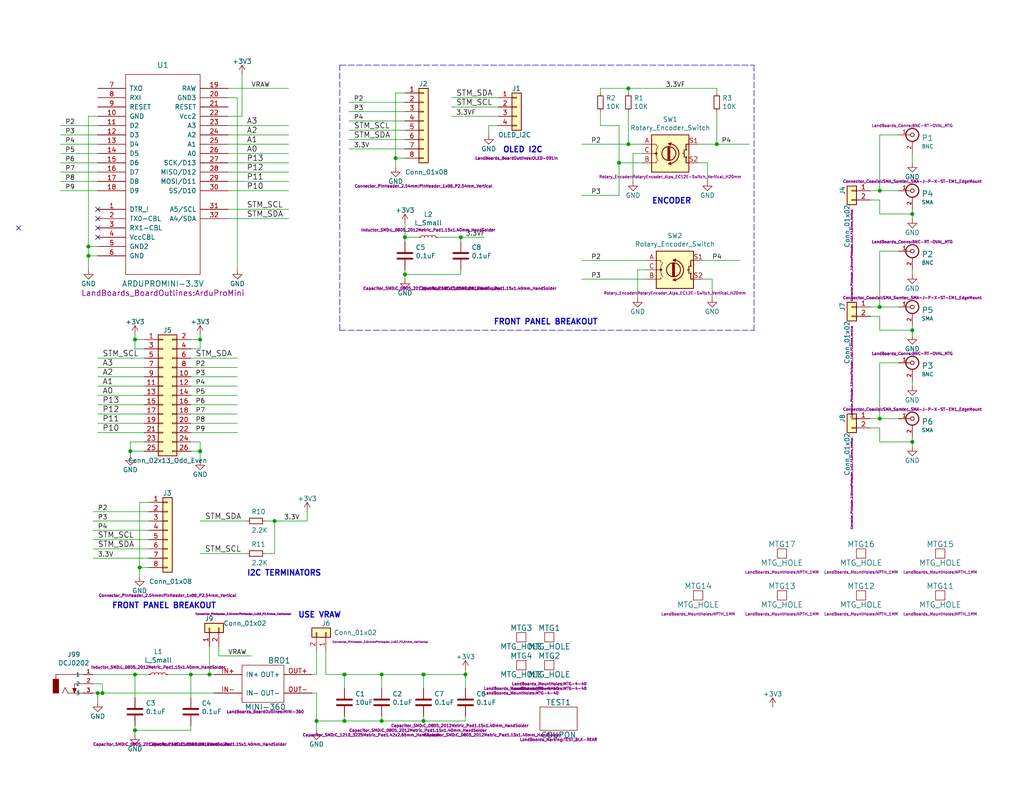
<source format=kicad_sch>
(kicad_sch (version 20211123) (generator eeschema)
  (paper "A")
  (title_block (title "aRDUINO IN A bOX") (date "2022-05-22") (rev "2") (company "land-boards.com"))
  (lib_symbols
    (symbol "ArduinoInABox-rescue:ARDUPROMINI-ArduProMiniTKB" (pin_names (offset 1.016))
      (property "Reference" "uP" (at 10.16 19.05 0))
      (property "Value" "ARDUPROMINI-ArduProMiniTKB" (at 15.24 21.59 0))
      (symbol "ARDUPROMINI-ArduProMiniTKB_1_1"
        (pin unspecified line (at -17.78 -17.78 0) (length 7.62) (name "DTR_I") (number "1"))
        (pin unspecified line (at -17.78 7.62 0) (length 7.62) (name "GND") (number "10"))
        (pin bidirectional line (at -17.78 5.08 0) (length 7.62) (name "D2") (number "11"))
        (pin bidirectional line (at -17.78 2.54 0) (length 7.62) (name "D3") (number "12"))
        (pin bidirectional line (at -17.78 0 0) (length 7.62) (name "D4") (number "13"))
        (pin bidirectional line (at -17.78 -2.54 0) (length 7.62) (name "D5") (number "14"))
        (pin bidirectional line (at -17.78 -5.08 0) (length 7.62) (name "D6") (number "15"))
        (pin bidirectional line (at -17.78 -7.62 0) (length 7.62) (name "D7") (number "16"))
        (pin bidirectional line (at -17.78 -10.16 0) (length 7.62) (name "D8") (number "17"))
        (pin bidirectional line (at -17.78 -12.7 0) (length 7.62) (name "D9") (number "18"))
        (pin unspecified line (at 17.78 15.24 180) (length 7.62) (name "RAW") (number "19"))
        (pin unspecified line (at -17.78 -20.32 0) (length 7.62) (name "TX0-CBL") (number "2"))
        (pin unspecified line (at 17.78 12.7 180) (length 7.62) (name "GND3") (number "20"))
        (pin input line (at 17.78 10.16 180) (length 7.62) (name "RESET") (number "21"))
        (pin unspecified line (at 17.78 7.62 180) (length 7.62) (name "Vcc2") (number "22"))
        (pin bidirectional line (at 17.78 5.08 180) (length 7.62) (name "A3") (number "23"))
        (pin bidirectional line (at 17.78 2.54 180) (length 7.62) (name "A2") (number "24"))
        (pin bidirectional line (at 17.78 0 180) (length 7.62) (name "A1") (number "25"))
        (pin bidirectional line (at 17.78 -2.54 180) (length 7.62) (name "A0") (number "26"))
        (pin bidirectional line (at 17.78 -5.08 180) (length 7.62) (name "SCK/D13") (number "27"))
        (pin input line (at 17.78 -7.62 180) (length 7.62) (name "MISO/D12") (number "28"))
        (pin bidirectional line (at 17.78 -10.16 180) (length 7.62) (name "MOSI/D11") (number "29"))
        (pin unspecified line (at -17.78 -22.86 0) (length 7.62) (name "RX1-CBL") (number "3"))
        (pin bidirectional line (at 17.78 -12.7 180) (length 7.62) (name "SS/D10") (number "30"))
        (pin bidirectional line (at 17.78 -17.78 180) (length 7.62) (name "A5/SCL") (number "31"))
        (pin bidirectional line (at 17.78 -20.32 180) (length 7.62) (name "A4/SDA") (number "32"))
        (pin power_in line (at -17.78 -25.4 0) (length 7.62) (name "VccCBL") (number "4"))
        (pin unspecified line (at -17.78 -27.94 0) (length 7.62) (name "GND2") (number "5"))
        (pin unspecified line (at -17.78 -30.48 0) (length 7.62) (name "GND") (number "6"))
        (pin bidirectional line (at -17.78 15.24 0) (length 7.62) (name "TXO") (number "7"))
        (pin bidirectional line (at -17.78 12.7 0) (length 7.62) (name "RXI") (number "8"))
        (pin input line (at -17.78 10.16 0) (length 7.62) (name "RESET") (number "9"))
      )
    )
    (symbol "Connector_Generic:Conn_01x02" (pin_names (offset 1.016) hide)
      (property "Reference" "J" (at 0 2.54 0))
      (property "Value" "Conn_01x02" (at 0 -5.08 0))
      (symbol "Conn_01x02_1_1"
        (pin passive line (at -5.08 0 0) (length 3.81) (name "Pin_1") (number "1"))
        (pin passive line (at -5.08 -2.54 0) (length 3.81) (name "Pin_2") (number "2"))
      )
    )
    (symbol "Connector_Generic:Conn_01x04" (pin_names (offset 1.016) hide)
      (property "Reference" "J" (at 0 5.08 0))
      (property "Value" "Conn_01x04" (at 0 -7.62 0))
      (symbol "Conn_01x04_1_1"
        (pin passive line (at -5.08 2.54 0) (length 3.81) (name "Pin_1") (number "1"))
        (pin passive line (at -5.08 0 0) (length 3.81) (name "Pin_2") (number "2"))
        (pin passive line (at -5.08 -2.54 0) (length 3.81) (name "Pin_3") (number "3"))
        (pin passive line (at -5.08 -5.08 0) (length 3.81) (name "Pin_4") (number "4"))
      )
    )
    (symbol "Connector_Generic:Conn_01x08" (pin_names (offset 1.016) hide)
      (property "Reference" "J" (at 0 10.16 0))
      (property "Value" "Conn_01x08" (at 0 -12.7 0))
      (symbol "Conn_01x08_1_1"
        (pin passive line (at -5.08 7.62 0) (length 3.81) (name "Pin_1") (number "1"))
        (pin passive line (at -5.08 5.08 0) (length 3.81) (name "Pin_2") (number "2"))
        (pin passive line (at -5.08 2.54 0) (length 3.81) (name "Pin_3") (number "3"))
        (pin passive line (at -5.08 0 0) (length 3.81) (name "Pin_4") (number "4"))
        (pin passive line (at -5.08 -2.54 0) (length 3.81) (name "Pin_5") (number "5"))
        (pin passive line (at -5.08 -5.08 0) (length 3.81) (name "Pin_6") (number "6"))
        (pin passive line (at -5.08 -7.62 0) (length 3.81) (name "Pin_7") (number "7"))
        (pin passive line (at -5.08 -10.16 0) (length 3.81) (name "Pin_8") (number "8"))
      )
    )
    (symbol "Connector_Generic:Conn_02x13_Odd_Even" (pin_names (offset 1.016) hide)
      (property "Reference" "J" (at 1.27 17.78 0))
      (property "Value" "Conn_02x13_Odd_Even" (at 1.27 -17.78 0))
      (symbol "Conn_02x13_Odd_Even_1_1"
        (pin passive line (at -5.08 15.24 0) (length 3.81) (name "Pin_1") (number "1"))
        (pin passive line (at 7.62 5.08 180) (length 3.81) (name "Pin_10") (number "10"))
        (pin passive line (at -5.08 2.54 0) (length 3.81) (name "Pin_11") (number "11"))
        (pin passive line (at 7.62 2.54 180) (length 3.81) (name "Pin_12") (number "12"))
        (pin passive line (at -5.08 0 0) (length 3.81) (name "Pin_13") (number "13"))
        (pin passive line (at 7.62 0 180) (length 3.81) (name "Pin_14") (number "14"))
        (pin passive line (at -5.08 -2.54 0) (length 3.81) (name "Pin_15") (number "15"))
        (pin passive line (at 7.62 -2.54 180) (length 3.81) (name "Pin_16") (number "16"))
        (pin passive line (at -5.08 -5.08 0) (length 3.81) (name "Pin_17") (number "17"))
        (pin passive line (at 7.62 -5.08 180) (length 3.81) (name "Pin_18") (number "18"))
        (pin passive line (at -5.08 -7.62 0) (length 3.81) (name "Pin_19") (number "19"))
        (pin passive line (at 7.62 15.24 180) (length 3.81) (name "Pin_2") (number "2"))
        (pin passive line (at 7.62 -7.62 180) (length 3.81) (name "Pin_20") (number "20"))
        (pin passive line (at -5.08 -10.16 0) (length 3.81) (name "Pin_21") (number "21"))
        (pin passive line (at 7.62 -10.16 180) (length 3.81) (name "Pin_22") (number "22"))
        (pin passive line (at -5.08 -12.7 0) (length 3.81) (name "Pin_23") (number "23"))
        (pin passive line (at 7.62 -12.7 180) (length 3.81) (name "Pin_24") (number "24"))
        (pin passive line (at -5.08 -15.24 0) (length 3.81) (name "Pin_25") (number "25"))
        (pin passive line (at 7.62 -15.24 180) (length 3.81) (name "Pin_26") (number "26"))
        (pin passive line (at -5.08 12.7 0) (length 3.81) (name "Pin_3") (number "3"))
        (pin passive line (at 7.62 12.7 180) (length 3.81) (name "Pin_4") (number "4"))
        (pin passive line (at -5.08 10.16 0) (length 3.81) (name "Pin_5") (number "5"))
        (pin passive line (at 7.62 10.16 180) (length 3.81) (name "Pin_6") (number "6"))
        (pin passive line (at -5.08 7.62 0) (length 3.81) (name "Pin_7") (number "7"))
        (pin passive line (at 7.62 7.62 180) (length 3.81) (name "Pin_8") (number "8"))
        (pin passive line (at -5.08 5.08 0) (length 3.81) (name "Pin_9") (number "9"))
      )
    )
    (symbol "Device:C" (pin_numbers hide) (pin_names (offset 0.254))
      (property "Reference" "C" (at 0.635 2.54 0))
      (property "Value" "C" (at 0.635 -2.54 0))
      (symbol "C_1_1"
        (pin passive line (at 0 3.81 270) (length 2.794) (name "~") (number "1"))
        (pin passive line (at 0 -3.81 90) (length 2.794) (name "~") (number "2"))
      )
    )
    (symbol "Device:L_Small" (pin_numbers hide) (pin_names (offset 0.254) hide)
      (property "Reference" "L" (at 0.762 1.016 0))
      (property "Value" "L_Small" (at 0.762 -1.016 0))
      (symbol "L_Small_1_1"
        (pin passive line (at 0 2.54 270) (length 0.508) (name "~") (number "1"))
        (pin passive line (at 0 -2.54 90) (length 0.508) (name "~") (number "2"))
      )
    )
    (symbol "Device:R_Small" (pin_numbers hide) (pin_names (offset 0.254) hide)
      (property "Reference" "R" (at 0.762 0.508 0))
      (property "Value" "R_Small" (at 0.762 -1.016 0))
      (symbol "R_Small_1_1"
        (pin passive line (at 0 2.54 270) (length 0.762) (name "~") (number "1"))
        (pin passive line (at 0 -2.54 90) (length 0.762) (name "~") (number "2"))
      )
    )
    (symbol "Device:Rotary_Encoder_Switch" (pin_names (offset 0.254) hide)
      (property "Reference" "SW" (at 0 6.604 0))
      (property "Value" "Device_Rotary_Encoder_Switch" (at 0 -6.604 0))
      (symbol "Rotary_Encoder_Switch_1_1"
        (pin passive line (at -7.62 2.54 0) (length 2.54) (name "A") (number "A"))
        (pin passive line (at -7.62 -2.54 0) (length 2.54) (name "B") (number "B"))
        (pin passive line (at -7.62 0 0) (length 2.54) (name "C") (number "C"))
        (pin passive line (at 7.62 2.54 180) (length 2.54) (name "S1") (number "S1"))
        (pin passive line (at 7.62 -2.54 180) (length 2.54) (name "S2") (number "S2"))
      )
    )
    (symbol "LandBoards:COUPON" (pin_names (offset 1.016))
      (property "Reference" "COUP?" (at 0 0 0))
      (property "Value" "COUPON" (at 0 0 0))
    )
    (symbol "LandBoards_Cards:MINI-360" (pin_names (offset 1.016))
      (property "Reference" "MINI-360" (at 1.27 6.35 0))
      (property "Value" "MINI-360" (at 1.27 -6.35 0))
      (symbol "MINI-360_1_1"
        (pin power_in line (at -12.7 2.54 0) (length 7.62) (name "IN+") (number "IN+"))
        (pin power_in line (at -12.7 -2.54 0) (length 7.62) (name "IN-") (number "IN-"))
        (pin power_out line (at 13.97 2.54 180) (length 7.62) (name "OUT+") (number "OUT+"))
        (pin power_out line (at 13.97 -2.54 180) (length 7.62) (name "OUT-") (number "OUT-"))
      )
    )
    (symbol "LandBoards_Conns:BNC" (pin_names (offset 1.016) hide)
      (property "Reference" "P" (at 0.254 3.048 0))
      (property "Value" "BNC" (at 2.794 -1.524 90))
      (symbol "BNC_1_1"
        (pin passive line (at -3.81 0 0) (length 3.302) (name "In") (number "1"))
        (pin passive line (at 0 -5.08 90) (length 3.302) (name "Ext") (number "2"))
      )
    )
    (symbol "LandBoards_Conns:DCJ0202" (pin_names (offset 1.016))
      (property "Reference" "J" (at -2.54 3.81 0))
      (property "Value" "DCJ0202" (at -2.54 -6.35 0))
      (symbol "DCJ0202_1_1"
        (pin passive line (at 7.62 2.54 180) (length 2.54) (name "1") (number "1"))
        (pin passive line (at 7.62 0 180) (length 2.54) (name "2") (number "2"))
        (pin passive line (at 7.62 -2.54 180) (length 2.54) (name "3") (number "3"))
      )
    )
    (symbol "LandBoards_Conns:MTG_HOLE" (pin_names (offset 1.016))
      (property "Reference" "MTG?" (at 0 2.54 0))
      (property "Value" "MTG_HOLE" (at 0 -2.54 0))
    )
    (symbol "power:+3V3" (power) (pin_names (offset 0))
      (property "Value" "+3V3" (at 0 3.556 0))
      (symbol "+3V3_1_1"
        (pin power_in line (at 0 0 90) (length 0) hide (name "+3V3") (number "1"))
      )
    )
    (symbol "power:GND" (power) (pin_names (offset 0))
      (property "Value" "GND" (at 0 -3.81 0))
      (symbol "GND_1_1"
        (pin power_in line (at 0 0 270) (length 0) hide (name "GND") (number "1"))
      )
    )
  )
  (junction (at 27.94 189.23))
  (junction (at 54.61 92.71))
  (junction (at 36.83 199.39))
  (junction (at 195.58 39.37))
  (junction (at 248.92 120.65))
  (junction (at 36.83 92.71))
  (junction (at 26.67 189.23))
  (junction (at 104.14 196.85))
  (junction (at 125.73 64.77))
  (junction (at 35.56 123.19))
  (junction (at 248.92 58.42))
  (junction (at 110.49 64.77))
  (junction (at 171.45 39.37))
  (junction (at 115.57 184.15))
  (junction (at 127 184.15))
  (junction (at 36.83 184.15))
  (junction (at 93.98 196.85))
  (junction (at 240.03 83.82))
  (junction (at 248.92 90.17))
  (junction (at 74.93 142.24))
  (junction (at 93.98 184.15))
  (junction (at 115.57 196.85))
  (junction (at 171.45 24.13))
  (junction (at 52.07 184.15))
  (junction (at 24.13 67.31))
  (junction (at 240.03 52.07))
  (junction (at 38.1 154.94))
  (junction (at 104.14 184.15))
  (junction (at 240.03 114.3))
  (junction (at 24.13 69.85))
  (junction (at 168.91 44.45))
  (junction (at 107.95 43.18))
  (junction (at 54.61 123.19))
  (junction (at 110.49 74.93))
  (junction (at 57.15 184.15))
  (junction (at 86.36 196.85))
  (no_connect (at 26.67 64.77))
  (no_connect (at 26.67 57.15))
  (no_connect (at 26.67 62.23))
  (no_connect (at 97.79 -33.02))
  (no_connect (at 26.67 59.69))
  (no_connect (at 5.08 62.23))
  (wire (pts (xy 248.92 104.14) (xy 248.92 105.41)))
  (wire (pts (xy 110.49 43.18) (xy 107.95 43.18)))
  (wire (pts (xy 78.74 46.99) (xy 62.23 46.99)))
  (wire (pts (xy 64.77 26.67) (xy 64.77 73.66)))
  (wire (pts (xy 168.91 44.45) (xy 175.26 44.45)))
  (wire (pts (xy 158.75 71.12) (xy 176.53 71.12)))
  (wire (pts (xy 240.03 86.36) (xy 237.49 86.36)))
  (wire (pts (xy 39.37 123.19) (xy 35.56 123.19)))
  (wire (pts (xy 240.03 58.42) (xy 240.03 54.61)))
  (wire (pts (xy 163.83 24.13) (xy 171.45 24.13)))
  (wire (pts (xy 62.23 26.67) (xy 64.77 26.67)))
  (wire (pts (xy 39.37 118.11) (xy 26.67 118.11)))
  (wire (pts (xy 245.11 36.83) (xy 240.03 36.83)))
  (wire (pts (xy 248.92 41.91) (xy 248.92 44.45)))
  (wire (pts (xy 36.83 92.71) (xy 36.83 91.44)))
  (wire (pts (xy 193.04 44.45) (xy 193.04 49.53)))
  (wire (pts (xy 78.74 39.37) (xy 62.23 39.37)))
  (wire (pts (xy 52.07 92.71) (xy 54.61 92.71)))
  (wire (pts (xy 24.13 31.75) (xy 26.67 31.75)))
  (wire (pts (xy 104.14 195.58) (xy 104.14 196.85)))
  (wire (pts (xy 245.11 52.07) (xy 240.03 52.07)))
  (wire (pts (xy 27.94 189.23) (xy 58.42 189.23)))
  (wire (pts (xy 248.92 58.42) (xy 240.03 58.42)))
  (wire (pts (xy 248.92 73.66) (xy 248.92 74.93)))
  (wire (pts (xy 39.37 95.25) (xy 36.83 95.25)))
  (wire (pts (xy 78.74 36.83) (xy 62.23 36.83)))
  (wire (pts (xy 38.1 154.94) (xy 38.1 137.16)))
  (wire (pts (xy 35.56 123.19) (xy 35.56 124.46)))
  (wire (pts (xy 85.09 189.23) (xy 86.36 189.23)))
  (wire (pts (xy 110.49 60.96) (xy 110.49 64.77)))
  (wire (pts (xy 62.23 59.69) (xy 78.74 59.69)))
  (wire (pts (xy 54.61 151.13) (xy 67.31 151.13)))
  (wire (pts (xy 95.25 33.02) (xy 110.49 33.02)))
  (wire (pts (xy 248.92 90.17) (xy 240.03 90.17)))
  (wire (pts (xy 190.5 39.37) (xy 195.58 39.37)))
  (wire (pts (xy 107.95 25.4) (xy 110.49 25.4)))
  (wire (pts (xy 36.83 199.39) (xy 52.07 199.39)))
  (wire (pts (xy 57.15 176.53) (xy 57.15 184.15)))
  (wire (pts (xy 158.75 53.34) (xy 168.91 53.34)))
  (wire (pts (xy 25.4 184.15) (xy 36.83 184.15)))
  (wire (pts (xy 59.69 179.07) (xy 68.58 179.07)))
  (wire (pts (xy 110.49 74.93) (xy 125.73 74.93)))
  (wire (pts (xy 25.4 147.32) (xy 40.64 147.32)))
  (wire (pts (xy 163.83 30.48) (xy 163.83 34.29)))
  (wire (pts (xy 78.74 52.07) (xy 62.23 52.07)))
  (wire (pts (xy 78.74 41.91) (xy 62.23 41.91)))
  (wire (pts (xy 59.69 176.53) (xy 59.69 179.07)))
  (wire (pts (xy 52.07 184.15) (xy 57.15 184.15)))
  (wire (pts (xy 54.61 92.71) (xy 54.61 91.44)))
  (wire (pts (xy 173.99 73.66) (xy 173.99 81.28)))
  (wire (pts (xy 39.37 113.03) (xy 26.67 113.03)))
  (wire (pts (xy 245.11 99.06) (xy 240.03 99.06)))
  (wire (pts (xy 163.83 25.4) (xy 163.83 24.13)))
  (wire (pts (xy 16.51 46.99) (xy 26.67 46.99)))
  (wire (pts (xy 52.07 120.65) (xy 54.61 120.65)))
  (wire (pts (xy 26.67 49.53) (xy 16.51 49.53)))
  (wire (pts (xy 52.07 107.95) (xy 64.77 107.95)))
  (wire (pts (xy 78.74 34.29) (xy 62.23 34.29)))
  (wire (pts (xy 95.25 30.48) (xy 110.49 30.48)))
  (wire (pts (xy 25.4 186.69) (xy 27.94 186.69)))
  (wire (pts (xy 245.11 68.58) (xy 240.03 68.58)))
  (wire (pts (xy 240.03 120.65) (xy 240.03 116.84)))
  (wire (pts (xy 25.4 189.23) (xy 26.67 189.23)))
  (wire (pts (xy 95.25 40.64) (xy 110.49 40.64)))
  (wire (pts (xy 110.49 66.04) (xy 110.49 64.77)))
  (wire (pts (xy 168.91 53.34) (xy 168.91 44.45)))
  (wire (pts (xy 36.83 95.25) (xy 36.83 92.71)))
  (wire (pts (xy 195.58 24.13) (xy 195.58 25.4)))
  (wire (pts (xy 57.15 184.15) (xy 58.42 184.15)))
  (polyline (pts (xy 92.71 90.17) (xy 205.74 90.17)))
  (wire (pts (xy 133.35 34.29) (xy 133.35 36.83)))
  (wire (pts (xy 93.98 184.15) (xy 104.14 184.15)))
  (wire (pts (xy 25.4 142.24) (xy 40.64 142.24)))
  (wire (pts (xy 93.98 196.85) (xy 104.14 196.85)))
  (wire (pts (xy 163.83 34.29) (xy 168.91 34.29)))
  (wire (pts (xy 171.45 24.13) (xy 195.58 24.13)))
  (wire (pts (xy 115.57 196.85) (xy 127 196.85)))
  (wire (pts (xy 245.11 83.82) (xy 240.03 83.82)))
  (wire (pts (xy 240.03 83.82) (xy 237.49 83.82)))
  (wire (pts (xy 54.61 123.19) (xy 54.61 125.73)))
  (wire (pts (xy 115.57 187.96) (xy 115.57 184.15)))
  (wire (pts (xy 86.36 196.85) (xy 86.36 199.39)))
  (wire (pts (xy 172.72 41.91) (xy 172.72 49.53)))
  (wire (pts (xy 66.04 20.32) (xy 66.04 31.75)))
  (wire (pts (xy 127 184.15) (xy 127 187.96)))
  (wire (pts (xy 78.74 49.53) (xy 62.23 49.53)))
  (wire (pts (xy 83.82 139.7) (xy 83.82 142.24)))
  (wire (pts (xy 248.92 90.17) (xy 248.92 91.44)))
  (wire (pts (xy 39.37 105.41) (xy 26.67 105.41)))
  (wire (pts (xy 26.67 189.23) (xy 26.67 191.77)))
  (wire (pts (xy 54.61 120.65) (xy 54.61 123.19)))
  (wire (pts (xy 26.67 36.83) (xy 16.51 36.83)))
  (wire (pts (xy 127 182.88) (xy 127 184.15)))
  (wire (pts (xy 119.38 64.77) (xy 125.73 64.77)))
  (wire (pts (xy 36.83 199.39) (xy 36.83 200.66)))
  (wire (pts (xy 40.64 154.94) (xy 38.1 154.94)))
  (wire (pts (xy 88.9 184.15) (xy 88.9 177.8)))
  (wire (pts (xy 245.11 114.3) (xy 240.03 114.3)))
  (wire (pts (xy 38.1 137.16) (xy 40.64 137.16)))
  (wire (pts (xy 36.83 198.12) (xy 36.83 199.39)))
  (wire (pts (xy 25.4 139.7) (xy 40.64 139.7)))
  (wire (pts (xy 195.58 30.48) (xy 195.58 39.37)))
  (wire (pts (xy 127 196.85) (xy 127 195.58)))
  (wire (pts (xy 16.51 34.29) (xy 26.67 34.29)))
  (wire (pts (xy 191.77 76.2) (xy 194.31 76.2)))
  (wire (pts (xy 24.13 69.85) (xy 24.13 73.66)))
  (wire (pts (xy 26.67 69.85) (xy 24.13 69.85)))
  (wire (pts (xy 168.91 34.29) (xy 168.91 44.45)))
  (wire (pts (xy 93.98 184.15) (xy 93.98 187.96)))
  (wire (pts (xy 240.03 120.65) (xy 248.92 120.65)))
  (wire (pts (xy 86.36 196.85) (xy 93.98 196.85)))
  (wire (pts (xy 54.61 142.24) (xy 67.31 142.24)))
  (wire (pts (xy 107.95 43.18) (xy 107.95 45.72)))
  (wire (pts (xy 39.37 100.33) (xy 26.67 100.33)))
  (wire (pts (xy 110.49 64.77) (xy 114.3 64.77)))
  (wire (pts (xy 110.49 74.93) (xy 110.49 76.2)))
  (wire (pts (xy 93.98 196.85) (xy 93.98 195.58)))
  (wire (pts (xy 194.31 76.2) (xy 194.31 81.28)))
  (wire (pts (xy 25.4 144.78) (xy 40.64 144.78)))
  (polyline (pts (xy 205.74 17.78) (xy 205.74 90.17)))
  (wire (pts (xy 171.45 24.13) (xy 171.45 25.4)))
  (wire (pts (xy 26.67 44.45) (xy 16.51 44.45)))
  (wire (pts (xy 86.36 177.8) (xy 86.36 184.15)))
  (wire (pts (xy 39.37 120.65) (xy 35.56 120.65)))
  (wire (pts (xy 95.25 27.94) (xy 110.49 27.94)))
  (wire (pts (xy 248.92 119.38) (xy 248.92 120.65)))
  (wire (pts (xy 115.57 184.15) (xy 127 184.15)))
  (wire (pts (xy 240.03 52.07) (xy 237.49 52.07)))
  (wire (pts (xy 237.49 114.3) (xy 240.03 114.3)))
  (wire (pts (xy 64.77 115.57) (xy 52.07 115.57)))
  (wire (pts (xy 95.25 35.56) (xy 110.49 35.56)))
  (wire (pts (xy 240.03 54.61) (xy 237.49 54.61)))
  (wire (pts (xy 39.37 115.57) (xy 26.67 115.57)))
  (wire (pts (xy 38.1 154.94) (xy 38.1 157.48)))
  (wire (pts (xy 36.83 190.5) (xy 36.83 184.15)))
  (wire (pts (xy 125.73 64.77) (xy 132.08 64.77)))
  (wire (pts (xy 36.83 184.15) (xy 40.64 184.15)))
  (wire (pts (xy 171.45 30.48) (xy 171.45 39.37)))
  (wire (pts (xy 39.37 107.95) (xy 26.67 107.95)))
  (wire (pts (xy 26.67 189.23) (xy 27.94 189.23)))
  (wire (pts (xy 86.36 189.23) (xy 86.36 196.85)))
  (wire (pts (xy 104.14 196.85) (xy 115.57 196.85)))
  (wire (pts (xy 176.53 73.66) (xy 173.99 73.66)))
  (wire (pts (xy 52.07 199.39) (xy 52.07 198.12)))
  (wire (pts (xy 175.26 41.91) (xy 172.72 41.91)))
  (wire (pts (xy 158.75 76.2) (xy 176.53 76.2)))
  (wire (pts (xy 52.07 123.19) (xy 54.61 123.19)))
  (wire (pts (xy 45.72 184.15) (xy 52.07 184.15)))
  (wire (pts (xy 35.56 120.65) (xy 35.56 123.19)))
  (wire (pts (xy 115.57 195.58) (xy 115.57 196.85)))
  (wire (pts (xy 62.23 24.13) (xy 78.74 24.13)))
  (wire (pts (xy 240.03 114.3) (xy 240.03 99.06)))
  (wire (pts (xy 16.51 41.91) (xy 26.67 41.91)))
  (wire (pts (xy 74.93 142.24) (xy 72.39 142.24)))
  (wire (pts (xy 158.75 39.37) (xy 171.45 39.37)))
  (wire (pts (xy 27.94 189.23) (xy 27.94 186.69)))
  (wire (pts (xy 52.07 105.41) (xy 64.77 105.41)))
  (wire (pts (xy 16.51 52.07) (xy 26.67 52.07)))
  (wire (pts (xy 39.37 110.49) (xy 26.67 110.49)))
  (wire (pts (xy 123.19 31.75) (xy 135.89 31.75)))
  (wire (pts (xy 107.95 43.18) (xy 107.95 25.4)))
  (wire (pts (xy 171.45 39.37) (xy 175.26 39.37)))
  (wire (pts (xy 72.39 151.13) (xy 74.93 151.13)))
  (wire (pts (xy 240.03 68.58) (xy 240.03 83.82)))
  (wire (pts (xy 25.4 149.86) (xy 40.64 149.86)))
  (wire (pts (xy 52.07 190.5) (xy 52.07 184.15)))
  (wire (pts (xy 24.13 67.31) (xy 24.13 69.85)))
  (wire (pts (xy 191.77 71.12) (xy 201.93 71.12)))
  (wire (pts (xy 135.89 34.29) (xy 133.35 34.29)))
  (wire (pts (xy 104.14 184.15) (xy 104.14 187.96)))
  (wire (pts (xy 52.07 97.79) (xy 64.77 97.79)))
  (wire (pts (xy 74.93 151.13) (xy 74.93 142.24)))
  (wire (pts (xy 248.92 120.65) (xy 248.92 121.92)))
  (wire (pts (xy 125.73 66.04) (xy 125.73 64.77)))
  (wire (pts (xy 66.04 31.75) (xy 62.23 31.75)))
  (wire (pts (xy 248.92 88.9) (xy 248.92 90.17)))
  (wire (pts (xy 123.19 26.67) (xy 135.89 26.67)))
  (wire (pts (xy 104.14 184.15) (xy 115.57 184.15)))
  (wire (pts (xy 39.37 102.87) (xy 26.67 102.87)))
  (wire (pts (xy 110.49 73.66) (xy 110.49 74.93)))
  (wire (pts (xy 16.51 39.37) (xy 26.67 39.37)))
  (wire (pts (xy 95.25 38.1) (xy 110.49 38.1)))
  (wire (pts (xy 190.5 44.45) (xy 193.04 44.45)))
  (wire (pts (xy 123.19 29.21) (xy 135.89 29.21)))
  (wire (pts (xy 86.36 184.15) (xy 85.09 184.15)))
  (wire (pts (xy 93.98 184.15) (xy 88.9 184.15)))
  (wire (pts (xy 36.83 92.71) (xy 39.37 92.71)))
  (polyline (pts (xy 92.71 17.78) (xy 205.74 17.78)))
  (wire (pts (xy 24.13 67.31) (xy 24.13 31.75)))
  (wire (pts (xy 52.07 95.25) (xy 54.61 95.25)))
  (wire (pts (xy 64.77 102.87) (xy 52.07 102.87)))
  (wire (pts (xy 248.92 58.42) (xy 248.92 59.69)))
  (wire (pts (xy 74.93 142.24) (xy 83.82 142.24)))
  (wire (pts (xy 25.4 152.4) (xy 40.64 152.4)))
  (wire (pts (xy 248.92 57.15) (xy 248.92 58.42)))
  (wire (pts (xy 240.03 116.84) (xy 237.49 116.84)))
  (wire (pts (xy 52.07 113.03) (xy 64.77 113.03)))
  (wire (pts (xy 240.03 90.17) (xy 240.03 86.36)))
  (wire (pts (xy 54.61 95.25) (xy 54.61 92.71)))
  (wire (pts (xy 62.23 57.15) (xy 78.74 57.15)))
  (wire (pts (xy 204.47 39.37) (xy 195.58 39.37)))
  (wire (pts (xy 52.07 100.33) (xy 64.77 100.33)))
  (wire (pts (xy 64.77 110.49) (xy 52.07 110.49)))
  (wire (pts (xy 26.67 97.79) (xy 39.37 97.79)))
  (wire (pts (xy 78.74 44.45) (xy 62.23 44.45)))
  (polyline (pts (xy 92.71 90.17) (xy 92.71 17.78)))
  (wire (pts (xy 125.73 74.93) (xy 125.73 73.66)))
  (wire (pts (xy 240.03 52.07) (xy 240.03 36.83)))
  (wire (pts (xy 52.07 118.11) (xy 64.77 118.11)))
  (wire (pts (xy 26.67 67.31) (xy 24.13 67.31)))
  (text "OLED I2C" (at 137.16 41.91 0) (effects (font (size 1.524 1.524) (thickness 0.3048) bold) (justify left bottom)))
  (text "FRONT PANEL BREAKOUT" (at 134.62 88.9 0) (effects (font (size 1.524 1.524) (thickness 0.3048) bold) (justify left bottom)))
  (text "USE VRAW" (at 81.28 168.91 0) (effects (font (size 1.524 1.524) (thickness 0.3048) bold) (justify left bottom)))
  (text "FRONT PANEL BREAKOUT" (at 30.48 166.37 0) (effects (font (size 1.524 1.524) (thickness 0.3048) bold) (justify left bottom)))
  (text "ENCODER" (at 177.8 55.88 0) (effects (font (size 1.524 1.524) (thickness 0.3048) bold) (justify left bottom)))
  (text "I2C TERMINATORS" (at 67.31 157.48 0) (effects (font (size 1.524 1.524) (thickness 0.3048) bold) (justify left bottom)))
  (label "3.3V" (at 26.67 152.4 0))
  (label "3.3VF" (at 127 64.77 0))
  (label "P2" (at 26.67 139.7 0))
  (label "P5" (at 17.78 41.91 0))
  (label "P13" (at 27.94 110.49 0) (effects (font (size 1.524 1.524))))
  (label "STM_SCL" (at 26.67 147.32 0) (effects (font (size 1.524 1.524))))
  (label "3.3V" (at 96.52 40.64 0))
  (label "P4" (at 17.78 39.37 0))
  (label "A2" (at 27.94 102.87 0) (effects (font (size 1.524 1.524))))
  (label "P4" (at 53.34 105.41 0))
  (label "P4" (at 196.85 39.37 0))
  (label "P3" (at 53.34 102.87 0))
  (label "P8" (at 53.34 115.57 0))
  (label "P10" (at 27.94 118.11 0) (effects (font (size 1.524 1.524))))
  (label "P8" (at 17.78 49.53 0))
  (label "P2" (at 161.29 71.12 0))
  (label "P3" (at 161.29 53.34 0))
  (label "STM_SDA" (at 96.52 38.1 0) (effects (font (size 1.524 1.524))))
  (label "A2" (at 67.31 36.83 0) (effects (font (size 1.524 1.524))))
  (label "A0" (at 67.31 41.91 0) (effects (font (size 1.524 1.524))))
  (label "STM_SCL" (at 67.31 57.15 0) (effects (font (size 1.524 1.524))))
  (label "STM_SDA" (at 55.88 142.24 0) (effects (font (size 1.524 1.524))))
  (label "A0" (at 27.94 107.95 0) (effects (font (size 1.524 1.524))))
  (label "STM_SCL" (at 124.46 29.21 0) (effects (font (size 1.524 1.524))))
  (label "P12" (at 27.94 113.03 0) (effects (font (size 1.524 1.524))))
  (label "P3" (at 26.67 142.24 0))
  (label "P3" (at 161.29 76.2 0))
  (label "STM_SDA" (at 26.67 149.86 0) (effects (font (size 1.524 1.524))))
  (label "STM_SCL" (at 27.94 97.79 0) (effects (font (size 1.524 1.524))))
  (label "P4" (at 96.52 33.02 0))
  (label "STM_SCL" (at 55.88 151.13 0) (effects (font (size 1.524 1.524))))
  (label "P4" (at 194.31 71.12 0))
  (label "P11" (at 27.94 115.57 0) (effects (font (size 1.524 1.524))))
  (label "P5" (at 53.34 107.95 0))
  (label "P9" (at 53.34 118.11 0))
  (label "P7" (at 17.78 46.99 0))
  (label "P2" (at 161.29 39.37 0))
  (label "STM_SCL" (at 96.52 35.56 0) (effects (font (size 1.524 1.524))))
  (label "P7" (at 53.34 113.03 0))
  (label "P6" (at 53.34 110.49 0))
  (label "A3" (at 27.94 100.33 0) (effects (font (size 1.524 1.524))))
  (label "P3" (at 17.78 36.83 0))
  (label "3.3VF" (at 181.61 24.13 0))
  (label "3.3VF" (at 124.46 31.75 0))
  (label "VRAW" (at 68.58 24.13 0))
  (label "P4" (at 26.67 144.78 0))
  (label "P11" (at 67.31 49.53 0) (effects (font (size 1.524 1.524))))
  (label "P6" (at 17.78 44.45 0))
  (label "P9" (at 17.78 52.07 0))
  (label "P3" (at 96.52 30.48 0))
  (label "P12" (at 67.31 46.99 0) (effects (font (size 1.524 1.524))))
  (label "3.3V" (at 77.47 142.24 0))
  (label "A3" (at 67.31 34.29 0) (effects (font (size 0 0))))
  (label "P2" (at 17.78 34.29 0))
  (label "P2" (at 53.34 100.33 0))
  (label "P13" (at 67.31 44.45 0) (effects (font (size 1.524 1.524))))
  (label "A1" (at 67.31 39.37 0) (effects (font (size 1.524 1.524))))
  (label "STM_SDA" (at 53.34 97.79 0) (effects (font (size 1.524 1.524))))
  (label "STM_SDA" (at 124.46 26.67 0) (effects (font (size 1.524 1.524))))
  (label "P10" (at 67.31 52.07 0) (effects (font (size 1.524 1.524))))
  (label "P2" (at 96.52 27.94 0))
  (label "STM_SDA" (at 67.31 59.69 0) (effects (font (size 1.524 1.524))))
  (label "A3" (at 67.31 34.29 0) (effects (font (size 1.524 1.524))))
  (label "VRAW" (at 62.23 179.07 0))
  (label "A1" (at 27.94 105.41 0) (effects (font (size 1.524 1.524))))
  (symbol (lib_id "LandBoards_Conns:MTG_HOLE") (at 142.24 181.61 0) (unit 1)
    (property "Reference" "MTG4" (at 142.24 179.07 0) (effects (font (size 1.524 1.524))))
    (property "Value" "MTG_HOLE" (at 142.24 184.15 0) (effects (font (size 1.524 1.524))))
    (property "Footprint" "LandBoards_MountHoles:MTG-4-40" (at 142.24 189.23 0) (effects (font (size 0.762 0.762))))
  )
  (symbol (lib_id "LandBoards_Conns:MTG_HOLE") (at 149.86 181.61 0) (unit 1)
    (property "Reference" "MTG2" (at 149.86 179.07 0) (effects (font (size 1.524 1.524))))
    (property "Value" "MTG_HOLE" (at 149.86 184.15 0) (effects (font (size 1.524 1.524))))
    (property "Footprint" "LandBoards_MountHoles:MTG-4-40" (at 149.86 187.96 0) (effects (font (size 0.762 0.762))))
  )
  (symbol (lib_id "LandBoards_Conns:MTG_HOLE") (at 142.24 173.99 0) (unit 1)
    (property "Reference" "MTG3" (at 142.24 171.45 0) (effects (font (size 1.524 1.524))))
    (property "Value" "MTG_HOLE" (at 142.24 176.53 0) (effects (font (size 1.524 1.524))))
    (property "Footprint" "LandBoards_MountHoles:MTG-4-40" (at 142.24 187.96 0) (effects (font (size 0.762 0.762))))
  )
  (symbol (lib_id "LandBoards_Conns:MTG_HOLE") (at 149.86 173.99 0) (unit 1)
    (property "Reference" "MTG1" (at 149.86 171.45 0) (effects (font (size 1.524 1.524))))
    (property "Value" "MTG_HOLE" (at 149.86 176.53 0) (effects (font (size 1.524 1.524))))
    (property "Footprint" "LandBoards_MountHoles:MTG-4-40" (at 149.86 186.69 0) (effects (font (size 0.762 0.762))))
  )
  (symbol (lib_id "LandBoards:COUPON") (at 152.4 199.39 0) (unit 1)
    (property "Reference" "TEST1" (at 152.4 191.77 0) (effects (font (size 1.524 1.524))))
    (property "Value" "COUPON" (at 152.4 200.66 0) (effects (font (size 1.524 1.524))))
    (property "Footprint" "LandBoards_Marking:TEST_BLK-REAR" (at 152.4 201.93 0) (effects (font (size 0.762 0.762))))
  )
  (symbol (lib_id "power:GND") (at 24.13 73.66 0) (unit 1)
    (property "Reference" "#PWR03" (effects hide))
    (property "Value" "GND" (at 24.13 77.47 0))
  )
  (symbol (lib_id "power:+3V3") (at 210.82 193.04 0) (unit 1)
    (property "Reference" "#PWR0105" (effects hide))
    (property "Value" "+3V3" (at 210.82 189.484 0))
  )
  (symbol (lib_id "power:GND") (at 133.35 36.83 0) (unit 1)
    (property "Reference" "#PWR0106" (effects hide))
    (property "Value" "GND" (at 133.35 40.64 0))
  )
  (symbol (lib_id "Device:C") (at 104.14 191.77 0) (unit 1)
    (property "Reference" "C2" (at 107.061 189.4586 0) (effects (justify left)))
    (property "Value" "0.1uF" (at 107.061 191.77 0) (effects (justify left)))
    (property "Footprint" "Capacitor_SMD:C_0805_2012Metric_Pad1.15x1.40mm_HandSolder" (at 95.25 199.39 0) (effects (font (size 0.762 0.762)) (justify left)))
  )
  (symbol (lib_id "Device:C") (at 115.57 191.77 0) (unit 1)
    (property "Reference" "C7" (at 118.491 189.4586 0) (effects (justify left)))
    (property "Value" "0.1uF" (at 118.491 191.77 0) (effects (justify left)))
    (property "Footprint" "Capacitor_SMD:C_0805_2012Metric_Pad1.15x1.40mm_HandSolder" (at 106.68 198.12 0) (effects (font (size 0.762 0.762)) (justify left)))
  )
  (symbol (lib_id "Device:C") (at 127 191.77 0) (unit 1)
    (property "Reference" "C6" (at 129.921 189.4586 0) (effects (justify left)))
    (property "Value" "0.1uF" (at 129.921 191.77 0) (effects (justify left)))
    (property "Footprint" "Capacitor_SMD:C_0805_2012Metric_Pad1.15x1.40mm_HandSolder" (at 115.57 200.66 0) (effects (font (size 0.762 0.762)) (justify left)))
  )
  (symbol (lib_id "power:+3V3") (at 127 182.88 0) (unit 1)
    (property "Reference" "#PWR0109" (effects hide))
    (property "Value" "+3V3" (at 127 179.324 0))
  )
  (symbol (lib_id "Connector_Generic:Conn_01x04") (at 140.97 29.21 0) (unit 1)
    (property "Reference" "J1" (at 139.7 24.13 0) (effects (justify left)))
    (property "Value" "OLED_I2C" (at 135.89 36.83 0) (effects (justify left)))
    (property "Footprint" "LandBoards_BoardOutlines:OLED-091in" (at 140.97 43.18 0) (effects (font (size 0.762 0.762))))
  )
  (symbol (lib_id "Device:Rotary_Encoder_Switch") (at 182.88 41.91 0) (unit 1)
    (property "Reference" "SW1" (at 182.88 32.5882 0))
    (property "Value" "Rotary_Encoder_Switch" (at 182.88 34.8996 0))
    (property "Footprint" "Rotary_Encoder:RotaryEncoder_Alps_EC12E-Switch_Vertical_H20mm" (at 182.88 48.26 0) (effects (font (size 0.762 0.762))))
  )
  (symbol (lib_id "power:GND") (at 172.72 49.53 0) (unit 1)
    (property "Reference" "#PWR0103" (effects hide))
    (property "Value" "GND" (at 172.72 53.34 0))
  )
  (symbol (lib_id "power:GND") (at 193.04 49.53 0) (unit 1)
    (property "Reference" "#PWR0104" (effects hide))
    (property "Value" "GND" (at 193.04 53.34 0))
  )
  (symbol (lib_id "Device:R_Small") (at 195.58 27.94 0) (unit 1)
    (property "Reference" "R3" (at 197.0786 26.7716 0) (effects (justify left)))
    (property "Value" "10K" (at 197.0786 29.083 0) (effects (justify left)))
    (property "Footprint" "Resistor_SMD:R_0805_2012Metric_Pad1.15x1.40mm_HandSolder" (effects hide))
  )
  (symbol (lib_id "Device:R_Small") (at 171.45 27.94 0) (unit 1)
    (property "Reference" "R1" (at 172.9486 26.7716 0) (effects (justify left)))
    (property "Value" "10K" (at 172.9486 29.083 0) (effects (justify left)))
    (property "Footprint" "Resistor_SMD:R_0805_2012Metric_Pad1.15x1.40mm_HandSolder" (effects hide))
  )
  (symbol (lib_id "Device:R_Small") (at 163.83 27.94 0) (unit 1)
    (property "Reference" "R2" (at 165.3286 26.7716 0) (effects (justify left)))
    (property "Value" "10K" (at 165.3286 29.083 0) (effects (justify left)))
    (property "Footprint" "Resistor_SMD:R_0805_2012Metric_Pad1.15x1.40mm_HandSolder" (effects hide))
  )
  (symbol (lib_id "ArduinoInABox-rescue:ARDUPROMINI-ArduProMiniTKB") (at 44.45 39.37 0) (unit 1)
    (property "Reference" "U1" (at 44.45 17.78 0) (effects (font (size 1.524 1.524))))
    (property "Value" "ARDUPROMINI-3.3V" (at 44.45 77.47 0) (effects (font (size 1.524 1.524))))
    (property "Footprint" "LandBoards_BoardOutlines:ArduProMini" (at 44.45 80.01 0) (effects (font (size 1.524 1.524))))
  )
  (symbol (lib_id "power:GND") (at 64.77 73.66 0) (unit 1)
    (property "Reference" "#PWR0102" (effects hide))
    (property "Value" "GND" (at 64.77 77.47 0))
  )
  (symbol (lib_id "LandBoards_Conns:BNC") (at 248.92 52.07 0) (unit 1)
    (property "Reference" "P4" (at 251.46 52.9082 0) (effects (font (size 1.524 1.524)) (justify left)))
    (property "Value" "SMA" (at 251.46 55.2196 0) (effects (font (size 1.016 1.016)) (justify left)))
    (property "Footprint" "Connector_Coaxial:SMA_Samtec_SMA-J-P-X-ST-EM1_EdgeMount" (at 248.92 49.53 0) (effects (font (size 0.762 0.762))))
  )
  (symbol (lib_id "LandBoards_Conns:BNC") (at 248.92 83.82 0) (unit 1)
    (property "Reference" "P5" (at 251.46 84.6582 0) (effects (font (size 1.524 1.524)) (justify left)))
    (property "Value" "SMA" (at 251.46 86.9696 0) (effects (font (size 1.016 1.016)) (justify left)))
    (property "Footprint" "Connector_Coaxial:SMA_Samtec_SMA-J-P-X-ST-EM1_EdgeMount" (at 248.92 81.28 0) (effects (font (size 0.762 0.762))))
  )
  (symbol (lib_id "LandBoards_Conns:BNC") (at 248.92 114.3 0) (unit 1)
    (property "Reference" "P6" (at 251.46 115.1382 0) (effects (font (size 1.524 1.524)) (justify left)))
    (property "Value" "SMA" (at 251.46 117.4496 0) (effects (font (size 1.016 1.016)) (justify left)))
    (property "Footprint" "Connector_Coaxial:SMA_Samtec_SMA-J-P-X-ST-EM1_EdgeMount" (at 248.92 111.76 0) (effects (font (size 0.762 0.762))))
  )
  (symbol (lib_id "power:+3V3") (at 66.04 20.32 0) (unit 1)
    (property "Reference" "#PWR0112" (effects hide))
    (property "Value" "+3V3" (at 66.04 16.764 0))
  )
  (symbol (lib_id "power:GND") (at 194.31 81.28 0) (unit 1)
    (property "Reference" "#PWR0114" (effects hide))
    (property "Value" "GND" (at 194.31 85.09 0))
  )
  (symbol (lib_id "Connector_Generic:Conn_01x08") (at 45.72 144.78 0) (unit 1)
    (property "Reference" "J3" (at 44.45 134.62 0) (effects (justify left)))
    (property "Value" "Conn_01x08" (at 40.64 158.75 0) (effects (justify left)))
    (property "Footprint" "Connector_PinHeader_2.54mm:PinHeader_1x08_P2.54mm_Vertical" (at 45.72 162.56 0) (effects (font (size 0.762 0.762))))
  )
  (symbol (lib_id "power:GND") (at 35.56 124.46 0) (unit 1)
    (property "Reference" "#PWR0123" (effects hide))
    (property "Value" "GND" (at 35.56 128.27 0))
  )
  (symbol (lib_id "power:+3V3") (at 36.83 91.44 0) (unit 1)
    (property "Reference" "#PWR0124" (effects hide))
    (property "Value" "+3V3" (at 36.83 87.884 0))
  )
  (symbol (lib_id "Device:Rotary_Encoder_Switch") (at 184.15 73.66 0) (unit 1)
    (property "Reference" "SW2" (at 184.15 64.3382 0))
    (property "Value" "Rotary_Encoder_Switch" (at 184.15 66.6496 0))
    (property "Footprint" "Rotary_Encoder:RotaryEncoder_Alps_EC12E-Switch_Vertical_H20mm" (at 184.15 80.01 0) (effects (font (size 0.762 0.762))))
  )
  (symbol (lib_id "power:GND") (at 173.99 81.28 0) (unit 1)
    (property "Reference" "#PWR0136" (effects hide))
    (property "Value" "GND" (at 173.99 85.09 0))
  )
  (symbol (lib_id "power:GND") (at 38.1 157.48 0) (unit 1)
    (property "Reference" "#PWR0107" (effects hide))
    (property "Value" "GND" (at 38.1 161.29 0))
  )
  (symbol (lib_id "Device:R_Small") (at 69.85 142.24 270) (unit 1)
    (property "Reference" "R10" (at 68.58 139.7 90) (effects (justify left)))
    (property "Value" "2.2K" (at 68.58 144.78 90) (effects (justify left)))
    (property "Footprint" "Resistor_SMD:R_0805_2012Metric_Pad1.15x1.40mm_HandSolder" (effects hide))
  )
  (symbol (lib_id "Device:R_Small") (at 69.85 151.13 270) (unit 1)
    (property "Reference" "R11" (at 68.58 148.59 90) (effects (justify left)))
    (property "Value" "2.2K" (at 68.58 153.67 90) (effects (justify left)))
    (property "Footprint" "Resistor_SMD:R_0805_2012Metric_Pad1.15x1.40mm_HandSolder" (effects hide))
  )
  (symbol (lib_id "power:GND") (at 54.61 125.73 0) (unit 1)
    (property "Reference" "#PWR0125" (effects hide))
    (property "Value" "GND" (at 54.61 129.54 0))
  )
  (symbol (lib_id "power:+3V3") (at 54.61 91.44 0) (unit 1)
    (property "Reference" "#PWR0126" (effects hide))
    (property "Value" "+3V3" (at 54.61 87.884 0))
  )
  (symbol (lib_id "LandBoards_Cards:MINI-360") (at 71.12 186.69 0) (unit 1)
    (property "Reference" "BRD1" (at 76.2 180.34 0) (effects (font (size 1.524 1.524))))
    (property "Value" "MINI-360" (at 72.39 193.04 0) (effects (font (size 1.524 1.524))))
    (property "Footprint" "LandBoards_BoardOutlines:MINI-360" (at 72.39 194.31 0) (effects (font (size 0.762 0.762))))
  )
  (symbol (lib_id "power:GND") (at 26.67 191.77 0) (unit 1)
    (property "Reference" "#PWR0108" (effects hide))
    (property "Value" "GND" (at 26.67 195.58 0))
  )
  (symbol (lib_id "power:GND") (at 86.36 199.39 0) (unit 1)
    (property "Reference" "#PWR0110" (effects hide))
    (property "Value" "GND" (at 86.36 203.2 0))
  )
  (symbol (lib_id "LandBoards_Conns:DCJ0202") (at 17.78 186.69 0) (unit 1)
    (property "Reference" "J99" (at 20.1422 178.7144 0))
    (property "Value" "DCJ0202" (at 20.1422 181.0258 0))
    (property "Footprint" "LandBoards_Conns:DCJ-NEW-Slotted" (effects hide))
  )
  (symbol (lib_id "Connector_Generic:Conn_01x08") (at 115.57 33.02 0) (unit 1)
    (property "Reference" "J2" (at 114.3 22.86 0) (effects (justify left)))
    (property "Value" "Conn_01x08" (at 110.49 46.99 0) (effects (justify left)))
    (property "Footprint" "Connector_PinHeader_2.54mm:PinHeader_1x08_P2.54mm_Vertical" (at 115.57 50.8 0) (effects (font (size 0.762 0.762))))
  )
  (symbol (lib_id "power:GND") (at 107.95 45.72 0) (unit 1)
    (property "Reference" "#PWR0111" (effects hide))
    (property "Value" "GND" (at 107.95 49.53 0))
  )
  (symbol (lib_id "power:+3V3") (at 83.82 139.7 0) (unit 1)
    (property "Reference" "#PWR0122" (effects hide))
    (property "Value" "+3V3" (at 83.82 136.144 0))
  )
  (symbol (lib_id "Device:C") (at 93.98 191.77 0) (unit 1)
    (property "Reference" "C1" (at 96.901 189.4586 0) (effects (justify left)))
    (property "Value" "10uF" (at 96.901 191.77 0) (effects (justify left)))
    (property "Footprint" "Capacitor_SMD:C_1210_3225Metric_Pad1.42x2.65mm_HandSolder" (at 82.55 200.66 0) (effects (font (size 0.762 0.762)) (justify left)))
  )
  (symbol (lib_id "power:GND") (at 248.92 59.69 0) (unit 1)
    (property "Reference" "#PWR0129" (effects hide))
    (property "Value" "GND" (at 248.92 63.5 0))
  )
  (symbol (lib_id "power:GND") (at 248.92 74.93 0) (unit 1)
    (property "Reference" "#PWR0130" (effects hide))
    (property "Value" "GND" (at 248.92 78.74 0))
  )
  (symbol (lib_id "power:GND") (at 248.92 105.41 0) (unit 1)
    (property "Reference" "#PWR0131" (effects hide))
    (property "Value" "GND" (at 248.92 109.22 0))
  )
  (symbol (lib_id "Device:L_Small") (at 43.18 184.15 90) (unit 1)
    (property "Reference" "L1" (at 43.18 177.927 90))
    (property "Value" "L_Small" (at 43.18 180.2384 90))
    (property "Footprint" "Inductor_SMD:L_0805_2012Metric_Pad1.15x1.40mm_HandSolder" (at 43.18 182.1688 90) (effects (font (size 0.762 0.762))))
  )
  (symbol (lib_id "Device:C") (at 36.83 194.31 0) (unit 1)
    (property "Reference" "C3" (at 39.751 191.9986 0) (effects (justify left)))
    (property "Value" "0.1uF" (at 39.751 194.31 0) (effects (justify left)))
    (property "Footprint" "Capacitor_SMD:C_0805_2012Metric_Pad1.15x1.40mm_HandSolder" (at 25.4 203.2 0) (effects (font (size 0.762 0.762)) (justify left)))
  )
  (symbol (lib_id "Device:C") (at 52.07 194.31 0) (unit 1)
    (property "Reference" "C4" (at 54.991 191.9986 0) (effects (justify left)))
    (property "Value" "0.1uF" (at 54.991 194.31 0) (effects (justify left)))
    (property "Footprint" "Capacitor_SMD:C_0805_2012Metric_Pad1.15x1.40mm_HandSolder" (at 40.64 203.2 0) (effects (font (size 0.762 0.762)) (justify left)))
  )
  (symbol (lib_id "power:GND") (at 36.83 200.66 0) (unit 1)
    (property "Reference" "#PWR01" (effects hide))
    (property "Value" "GND" (at 36.83 204.47 0))
  )
  (symbol (lib_id "power:GND") (at 248.92 44.45 0) (unit 1)
    (property "Reference" "#PWR0101" (effects hide))
    (property "Value" "GND" (at 248.92 48.26 0))
  )
  (symbol (lib_id "LandBoards_Conns:BNC") (at 248.92 36.83 0) (unit 1)
    (property "Reference" "P1" (at 251.46 37.6682 0) (effects (font (size 1.524 1.524)) (justify left)))
    (property "Value" "BNC" (at 251.46 39.9796 0) (effects (font (size 1.016 1.016)) (justify left)))
    (property "Footprint" "LandBoards_Conns:BNC-RT-OVAL_MTG" (at 248.92 34.29 0) (effects (font (size 0.762 0.762))))
  )
  (symbol (lib_id "power:GND") (at 248.92 91.44 0) (unit 1)
    (property "Reference" "#PWR0113" (effects hide))
    (property "Value" "GND" (at 248.92 95.25 0))
  )
  (symbol (lib_id "LandBoards_Conns:BNC") (at 248.92 68.58 0) (unit 1)
    (property "Reference" "P2" (at 251.46 69.4182 0) (effects (font (size 1.524 1.524)) (justify left)))
    (property "Value" "BNC" (at 251.46 71.7296 0) (effects (font (size 1.016 1.016)) (justify left)))
    (property "Footprint" "LandBoards_Conns:BNC-RT-OVAL_MTG" (at 248.92 66.04 0) (effects (font (size 0.762 0.762))))
  )
  (symbol (lib_id "LandBoards_Conns:BNC") (at 248.92 99.06 0) (unit 1)
    (property "Reference" "P3" (at 251.46 99.8982 0) (effects (font (size 1.524 1.524)) (justify left)))
    (property "Value" "BNC" (at 251.46 102.2096 0) (effects (font (size 1.016 1.016)) (justify left)))
    (property "Footprint" "LandBoards_Conns:BNC-RT-OVAL_MTG" (at 248.92 96.52 0) (effects (font (size 0.762 0.762))))
  )
  (symbol (lib_id "power:GND") (at 248.92 121.92 0) (unit 1)
    (property "Reference" "#PWR0115" (effects hide))
    (property "Value" "GND" (at 248.92 125.73 0))
  )
  (symbol (lib_id "Connector_Generic:Conn_01x02") (at 232.41 52.07 0) (mirror y) (unit 1)
    (property "Reference" "J4" (at 229.87 50.8 90) (effects (justify right)))
    (property "Value" "Conn_01x02" (at 231.14 55.88 90) (effects (justify right)))
    (property "Footprint" "Connector_PinHeader_2.54mm:PinHeader_1x02_P2.54mm_Vertical" (at 232.41 57.15 90) (effects (font (size 0.508 0.508)) (justify right)))
  )
  (symbol (lib_id "Connector_Generic:Conn_01x02") (at 232.41 83.82 0) (mirror y) (unit 1)
    (property "Reference" "J7" (at 229.87 82.55 90) (effects (justify right)))
    (property "Value" "Conn_01x02" (at 231.14 87.63 90) (effects (justify right)))
    (property "Footprint" "Connector_PinHeader_2.54mm:PinHeader_1x02_P2.54mm_Vertical" (at 232.41 88.9 90) (effects (font (size 0.508 0.508)) (justify right)))
  )
  (symbol (lib_id "Connector_Generic:Conn_01x02") (at 232.41 114.3 0) (mirror y) (unit 1)
    (property "Reference" "J8" (at 229.87 113.03 90) (effects (justify right)))
    (property "Value" "Conn_01x02" (at 231.14 118.11 90) (effects (justify right)))
    (property "Footprint" "Connector_PinHeader_2.54mm:PinHeader_1x02_P2.54mm_Vertical" (at 232.41 119.38 90) (effects (font (size 0.508 0.508)) (justify right)))
  )
  (symbol (lib_id "Device:L_Small") (at 116.84 64.77 90) (unit 1)
    (property "Reference" "L2" (at 116.84 58.547 90))
    (property "Value" "L_Small" (at 116.84 60.8584 90))
    (property "Footprint" "Inductor_SMD:L_0805_2012Metric_Pad1.15x1.40mm_HandSolder" (at 116.84 62.7888 90) (effects (font (size 0.762 0.762))))
  )
  (symbol (lib_id "Device:C") (at 110.49 69.85 0) (unit 1)
    (property "Reference" "C5" (at 113.411 67.5386 0) (effects (justify left)))
    (property "Value" "0.1uF" (at 113.411 69.85 0) (effects (justify left)))
    (property "Footprint" "Capacitor_SMD:C_0805_2012Metric_Pad1.15x1.40mm_HandSolder" (at 99.06 78.74 0) (effects (font (size 0.762 0.762)) (justify left)))
  )
  (symbol (lib_id "Device:C") (at 125.73 69.85 0) (unit 1)
    (property "Reference" "C8" (at 128.651 67.5386 0) (effects (justify left)))
    (property "Value" "0.1uF" (at 128.651 69.85 0) (effects (justify left)))
    (property "Footprint" "Capacitor_SMD:C_0805_2012Metric_Pad1.15x1.40mm_HandSolder" (at 114.3 78.74 0) (effects (font (size 0.762 0.762)) (justify left)))
  )
  (symbol (lib_id "power:GND") (at 110.49 76.2 0) (unit 1)
    (property "Reference" "#PWR0116" (effects hide))
    (property "Value" "GND" (at 110.49 80.01 0))
  )
  (symbol (lib_id "power:+3V3") (at 110.49 60.96 0) (unit 1)
    (property "Reference" "#PWR0117" (effects hide))
    (property "Value" "+3V3" (at 110.49 57.404 0))
  )
  (symbol (lib_id "Connector_Generic:Conn_02x13_Odd_Even") (at 44.45 107.95 0) (unit 1)
    (property "Reference" "J5" (at 45.72 90.17 0))
    (property "Value" "Conn_02x13_Odd_Even" (at 45.72 125.73 0))
    (property "Footprint" "Connector_PinHeader_2.54mm:PinHeader_2x13_P2.54mm_Vertical" (effects hide))
  )
  (symbol (lib_id "Connector_Generic:Conn_01x02") (at 57.15 171.45 90) (unit 1)
    (property "Reference" "J9" (at 55.88 168.91 90) (effects (justify right)))
    (property "Value" "Conn_01x02" (at 60.96 170.18 90) (effects (justify right)))
    (property "Footprint" "Connector_PinHeader_2.54mm:PinHeader_1x02_P2.54mm_Horizontal" (at 53.34 167.64 90) (effects (font (size 0.508 0.508)) (justify right)))
  )
  (symbol (lib_id "Connector_Generic:Conn_01x02") (at 88.9 172.72 270) (mirror x) (unit 1)
    (property "Reference" "J6" (at 90.17 170.18 90) (effects (justify right)))
    (property "Value" "Conn_01x02" (at 102.87 172.72 90) (effects (justify right)))
    (property "Footprint" "Connector_PinHeader_2.54mm:PinHeader_1x02_P2.54mm_Horizontal" (at 116.84 175.26 90) (effects (font (size 0.508 0.508)) (justify right)))
  )
  (symbol (lib_id "LandBoards_Conns:MTG_HOLE") (at 234.95 162.56 0) (unit 1)
    (property "Reference" "MTG12" (at 234.95 160.02 0) (effects (font (size 1.524 1.524))))
    (property "Value" "MTG_HOLE" (at 234.95 165.1 0) (effects (font (size 1.524 1.524))))
    (property "Footprint" "LandBoards_MountHoles:NPTH_1MM" (at 234.95 167.64 0) (effects (font (size 0.762 0.762))))
  )
  (symbol (lib_id "LandBoards_Conns:MTG_HOLE") (at 213.36 151.13 0) (unit 1)
    (property "Reference" "MTG17" (at 213.36 148.59 0) (effects (font (size 1.524 1.524))))
    (property "Value" "MTG_HOLE" (at 213.36 153.67 0) (effects (font (size 1.524 1.524))))
    (property "Footprint" "LandBoards_MountHoles:NPTH_1MM" (at 213.36 156.21 0) (effects (font (size 0.762 0.762))))
  )
  (symbol (lib_id "LandBoards_Conns:MTG_HOLE") (at 234.95 151.13 0) (unit 1)
    (property "Reference" "MTG16" (at 234.95 148.59 0) (effects (font (size 1.524 1.524))))
    (property "Value" "MTG_HOLE" (at 234.95 153.67 0) (effects (font (size 1.524 1.524))))
    (property "Footprint" "LandBoards_MountHoles:NPTH_1MM" (at 234.95 156.21 0) (effects (font (size 0.762 0.762))))
  )
  (symbol (lib_id "LandBoards_Conns:MTG_HOLE") (at 190.5 162.56 0) (unit 1)
    (property "Reference" "MTG14" (at 190.5 160.02 0) (effects (font (size 1.524 1.524))))
    (property "Value" "MTG_HOLE" (at 190.5 165.1 0) (effects (font (size 1.524 1.524))))
    (property "Footprint" "LandBoards_MountHoles:NPTH_1MM" (at 190.5 167.64 0) (effects (font (size 0.762 0.762))))
  )
  (symbol (lib_id "LandBoards_Conns:MTG_HOLE") (at 256.54 151.13 0) (unit 1)
    (property "Reference" "MTG15" (at 256.54 148.59 0) (effects (font (size 1.524 1.524))))
    (property "Value" "MTG_HOLE" (at 256.54 153.67 0) (effects (font (size 1.524 1.524))))
    (property "Footprint" "LandBoards_MountHoles:NPTH_1MM" (at 256.54 156.21 0) (effects (font (size 0.762 0.762))))
  )
  (symbol (lib_id "LandBoards_Conns:MTG_HOLE") (at 256.54 162.56 0) (unit 1)
    (property "Reference" "MTG11" (at 256.54 160.02 0) (effects (font (size 1.524 1.524))))
    (property "Value" "MTG_HOLE" (at 256.54 165.1 0) (effects (font (size 1.524 1.524))))
    (property "Footprint" "LandBoards_MountHoles:NPTH_1MM" (at 256.54 167.64 0) (effects (font (size 0.762 0.762))))
  )
  (symbol (lib_id "LandBoards_Conns:MTG_HOLE") (at 213.36 162.56 0) (unit 1)
    (property "Reference" "MTG13" (at 213.36 160.02 0) (effects (font (size 1.524 1.524))))
    (property "Value" "MTG_HOLE" (at 213.36 165.1 0) (effects (font (size 1.524 1.524))))
    (property "Footprint" "LandBoards_MountHoles:NPTH_1MM" (at 213.36 167.64 0) (effects (font (size 0.762 0.762))))
  )
)
</source>
